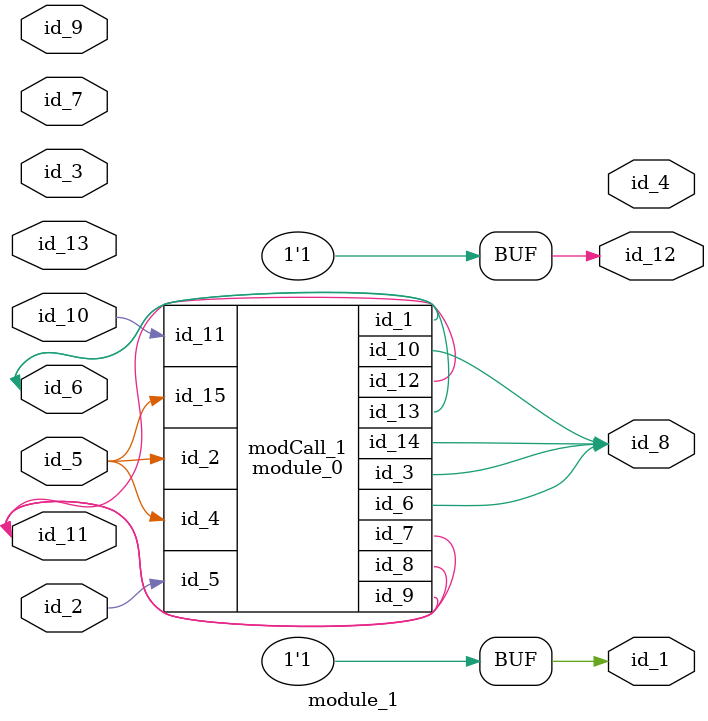
<source format=v>
module module_0 (
    id_1,
    id_2,
    id_3,
    id_4,
    id_5,
    id_6,
    id_7,
    id_8,
    id_9,
    id_10,
    id_11,
    id_12,
    id_13,
    id_14,
    id_15
);
  input wire id_15;
  output wire id_14;
  output wire id_13;
  inout wire id_12;
  input wire id_11;
  output wire id_10;
  output wire id_9;
  output wire id_8;
  inout wire id_7;
  output wire id_6;
  input wire id_5;
  input wire id_4;
  output wire id_3;
  input wire id_2;
  inout wire id_1;
  wire id_16, id_17, id_18;
endmodule
module module_1 (
    id_1,
    id_2,
    id_3,
    id_4,
    id_5,
    id_6,
    id_7,
    id_8,
    id_9,
    id_10,
    id_11,
    id_12,
    id_13
);
  input wire id_13;
  output wire id_12;
  inout wire id_11;
  inout wire id_10;
  input wire id_9;
  output wire id_8;
  input wire id_7;
  inout wire id_6;
  input wire id_5;
  output wire id_4;
  input wire id_3;
  input wire id_2;
  output wire id_1;
  assign id_1  = -1 ** 1;
  assign id_12 = -1 & id_13 <= id_11;
  module_0 modCall_1 (
      id_6,
      id_5,
      id_8,
      id_5,
      id_2,
      id_8,
      id_11,
      id_11,
      id_11,
      id_8,
      id_10,
      id_11,
      id_6,
      id_8,
      id_5
  );
  wire id_14, id_15, id_16;
  assign id_12 = 1;
  wire id_17, id_18;
endmodule

</source>
